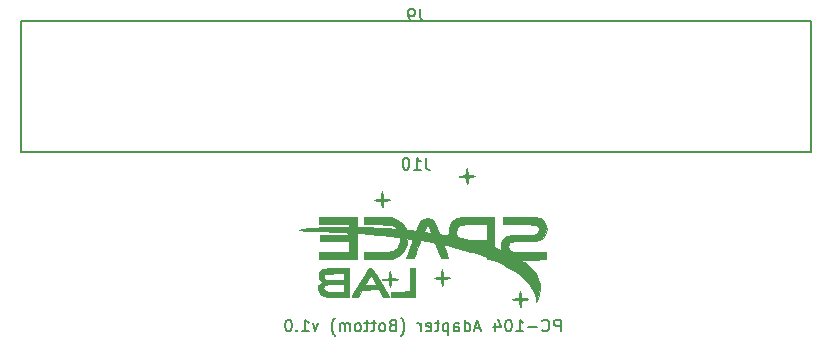
<source format=gbr>
%TF.GenerationSoftware,KiCad,Pcbnew,5.1.6-1.fc32*%
%TF.CreationDate,2020-07-10T21:29:07-03:00*%
%TF.ProjectId,pc104-adapter-bottom,70633130-342d-4616-9461-707465722d62,rev?*%
%TF.SameCoordinates,Original*%
%TF.FileFunction,Legend,Bot*%
%TF.FilePolarity,Positive*%
%FSLAX46Y46*%
G04 Gerber Fmt 4.6, Leading zero omitted, Abs format (unit mm)*
G04 Created by KiCad (PCBNEW 5.1.6-1.fc32) date 2020-07-10 21:29:07*
%MOMM*%
%LPD*%
G01*
G04 APERTURE LIST*
%ADD10C,0.160000*%
%ADD11C,0.010000*%
G04 APERTURE END LIST*
D10*
X148542857Y-104952380D02*
X148542857Y-103952380D01*
X148161904Y-103952380D01*
X148066666Y-104000000D01*
X148019047Y-104047619D01*
X147971428Y-104142857D01*
X147971428Y-104285714D01*
X148019047Y-104380952D01*
X148066666Y-104428571D01*
X148161904Y-104476190D01*
X148542857Y-104476190D01*
X146971428Y-104857142D02*
X147019047Y-104904761D01*
X147161904Y-104952380D01*
X147257142Y-104952380D01*
X147400000Y-104904761D01*
X147495238Y-104809523D01*
X147542857Y-104714285D01*
X147590476Y-104523809D01*
X147590476Y-104380952D01*
X147542857Y-104190476D01*
X147495238Y-104095238D01*
X147400000Y-104000000D01*
X147257142Y-103952380D01*
X147161904Y-103952380D01*
X147019047Y-104000000D01*
X146971428Y-104047619D01*
X146542857Y-104571428D02*
X145780952Y-104571428D01*
X144780952Y-104952380D02*
X145352380Y-104952380D01*
X145066666Y-104952380D02*
X145066666Y-103952380D01*
X145161904Y-104095238D01*
X145257142Y-104190476D01*
X145352380Y-104238095D01*
X144161904Y-103952380D02*
X144066666Y-103952380D01*
X143971428Y-104000000D01*
X143923809Y-104047619D01*
X143876190Y-104142857D01*
X143828571Y-104333333D01*
X143828571Y-104571428D01*
X143876190Y-104761904D01*
X143923809Y-104857142D01*
X143971428Y-104904761D01*
X144066666Y-104952380D01*
X144161904Y-104952380D01*
X144257142Y-104904761D01*
X144304761Y-104857142D01*
X144352380Y-104761904D01*
X144400000Y-104571428D01*
X144400000Y-104333333D01*
X144352380Y-104142857D01*
X144304761Y-104047619D01*
X144257142Y-104000000D01*
X144161904Y-103952380D01*
X142971428Y-104285714D02*
X142971428Y-104952380D01*
X143209523Y-103904761D02*
X143447619Y-104619047D01*
X142828571Y-104619047D01*
X141733333Y-104666666D02*
X141257142Y-104666666D01*
X141828571Y-104952380D02*
X141495238Y-103952380D01*
X141161904Y-104952380D01*
X140400000Y-104952380D02*
X140400000Y-103952380D01*
X140400000Y-104904761D02*
X140495238Y-104952380D01*
X140685714Y-104952380D01*
X140780952Y-104904761D01*
X140828571Y-104857142D01*
X140876190Y-104761904D01*
X140876190Y-104476190D01*
X140828571Y-104380952D01*
X140780952Y-104333333D01*
X140685714Y-104285714D01*
X140495238Y-104285714D01*
X140400000Y-104333333D01*
X139495238Y-104952380D02*
X139495238Y-104428571D01*
X139542857Y-104333333D01*
X139638095Y-104285714D01*
X139828571Y-104285714D01*
X139923809Y-104333333D01*
X139495238Y-104904761D02*
X139590476Y-104952380D01*
X139828571Y-104952380D01*
X139923809Y-104904761D01*
X139971428Y-104809523D01*
X139971428Y-104714285D01*
X139923809Y-104619047D01*
X139828571Y-104571428D01*
X139590476Y-104571428D01*
X139495238Y-104523809D01*
X139019047Y-104285714D02*
X139019047Y-105285714D01*
X139019047Y-104333333D02*
X138923809Y-104285714D01*
X138733333Y-104285714D01*
X138638095Y-104333333D01*
X138590476Y-104380952D01*
X138542857Y-104476190D01*
X138542857Y-104761904D01*
X138590476Y-104857142D01*
X138638095Y-104904761D01*
X138733333Y-104952380D01*
X138923809Y-104952380D01*
X139019047Y-104904761D01*
X138257142Y-104285714D02*
X137876190Y-104285714D01*
X138114285Y-103952380D02*
X138114285Y-104809523D01*
X138066666Y-104904761D01*
X137971428Y-104952380D01*
X137876190Y-104952380D01*
X137161904Y-104904761D02*
X137257142Y-104952380D01*
X137447619Y-104952380D01*
X137542857Y-104904761D01*
X137590476Y-104809523D01*
X137590476Y-104428571D01*
X137542857Y-104333333D01*
X137447619Y-104285714D01*
X137257142Y-104285714D01*
X137161904Y-104333333D01*
X137114285Y-104428571D01*
X137114285Y-104523809D01*
X137590476Y-104619047D01*
X136685714Y-104952380D02*
X136685714Y-104285714D01*
X136685714Y-104476190D02*
X136638095Y-104380952D01*
X136590476Y-104333333D01*
X136495238Y-104285714D01*
X136400000Y-104285714D01*
X135019047Y-105333333D02*
X135066666Y-105285714D01*
X135161904Y-105142857D01*
X135209523Y-105047619D01*
X135257142Y-104904761D01*
X135304761Y-104666666D01*
X135304761Y-104476190D01*
X135257142Y-104238095D01*
X135209523Y-104095238D01*
X135161904Y-104000000D01*
X135066666Y-103857142D01*
X135019047Y-103809523D01*
X134304761Y-104428571D02*
X134161904Y-104476190D01*
X134114285Y-104523809D01*
X134066666Y-104619047D01*
X134066666Y-104761904D01*
X134114285Y-104857142D01*
X134161904Y-104904761D01*
X134257142Y-104952380D01*
X134638095Y-104952380D01*
X134638095Y-103952380D01*
X134304761Y-103952380D01*
X134209523Y-104000000D01*
X134161904Y-104047619D01*
X134114285Y-104142857D01*
X134114285Y-104238095D01*
X134161904Y-104333333D01*
X134209523Y-104380952D01*
X134304761Y-104428571D01*
X134638095Y-104428571D01*
X133495238Y-104952380D02*
X133590476Y-104904761D01*
X133638095Y-104857142D01*
X133685714Y-104761904D01*
X133685714Y-104476190D01*
X133638095Y-104380952D01*
X133590476Y-104333333D01*
X133495238Y-104285714D01*
X133352380Y-104285714D01*
X133257142Y-104333333D01*
X133209523Y-104380952D01*
X133161904Y-104476190D01*
X133161904Y-104761904D01*
X133209523Y-104857142D01*
X133257142Y-104904761D01*
X133352380Y-104952380D01*
X133495238Y-104952380D01*
X132876190Y-104285714D02*
X132495238Y-104285714D01*
X132733333Y-103952380D02*
X132733333Y-104809523D01*
X132685714Y-104904761D01*
X132590476Y-104952380D01*
X132495238Y-104952380D01*
X132304761Y-104285714D02*
X131923809Y-104285714D01*
X132161904Y-103952380D02*
X132161904Y-104809523D01*
X132114285Y-104904761D01*
X132019047Y-104952380D01*
X131923809Y-104952380D01*
X131447619Y-104952380D02*
X131542857Y-104904761D01*
X131590476Y-104857142D01*
X131638095Y-104761904D01*
X131638095Y-104476190D01*
X131590476Y-104380952D01*
X131542857Y-104333333D01*
X131447619Y-104285714D01*
X131304761Y-104285714D01*
X131209523Y-104333333D01*
X131161904Y-104380952D01*
X131114285Y-104476190D01*
X131114285Y-104761904D01*
X131161904Y-104857142D01*
X131209523Y-104904761D01*
X131304761Y-104952380D01*
X131447619Y-104952380D01*
X130685714Y-104952380D02*
X130685714Y-104285714D01*
X130685714Y-104380952D02*
X130638095Y-104333333D01*
X130542857Y-104285714D01*
X130400000Y-104285714D01*
X130304761Y-104333333D01*
X130257142Y-104428571D01*
X130257142Y-104952380D01*
X130257142Y-104428571D02*
X130209523Y-104333333D01*
X130114285Y-104285714D01*
X129971428Y-104285714D01*
X129876190Y-104333333D01*
X129828571Y-104428571D01*
X129828571Y-104952380D01*
X129447619Y-105333333D02*
X129400000Y-105285714D01*
X129304761Y-105142857D01*
X129257142Y-105047619D01*
X129209523Y-104904761D01*
X129161904Y-104666666D01*
X129161904Y-104476190D01*
X129209523Y-104238095D01*
X129257142Y-104095238D01*
X129304761Y-104000000D01*
X129400000Y-103857142D01*
X129447619Y-103809523D01*
X128019047Y-104285714D02*
X127780952Y-104952380D01*
X127542857Y-104285714D01*
X126638095Y-104952380D02*
X127209523Y-104952380D01*
X126923809Y-104952380D02*
X126923809Y-103952380D01*
X127019047Y-104095238D01*
X127114285Y-104190476D01*
X127209523Y-104238095D01*
X126209523Y-104857142D02*
X126161904Y-104904761D01*
X126209523Y-104952380D01*
X126257142Y-104904761D01*
X126209523Y-104857142D01*
X126209523Y-104952380D01*
X125542857Y-103952380D02*
X125447619Y-103952380D01*
X125352380Y-104000000D01*
X125304761Y-104047619D01*
X125257142Y-104142857D01*
X125209523Y-104333333D01*
X125209523Y-104571428D01*
X125257142Y-104761904D01*
X125304761Y-104857142D01*
X125352380Y-104904761D01*
X125447619Y-104952380D01*
X125542857Y-104952380D01*
X125638095Y-104904761D01*
X125685714Y-104857142D01*
X125733333Y-104761904D01*
X125780952Y-104571428D01*
X125780952Y-104333333D01*
X125733333Y-104142857D01*
X125685714Y-104047619D01*
X125638095Y-104000000D01*
X125542857Y-103952380D01*
X169770000Y-78716000D02*
X102830000Y-78716000D01*
X169770000Y-89776000D02*
X169770000Y-78716000D01*
X102830000Y-89776000D02*
X169770000Y-89776000D01*
X102830000Y-78716000D02*
X102830000Y-89776000D01*
D11*
%TO.C,G\u002A\u002A\u002A*%
G36*
X145100401Y-101561525D02*
G01*
X145074892Y-101630789D01*
X145052049Y-101746661D01*
X145035852Y-101890195D01*
X145030440Y-102005916D01*
X145023026Y-102109987D01*
X144990399Y-102154616D01*
X144910424Y-102164970D01*
X144890417Y-102165132D01*
X144742525Y-102172695D01*
X144601784Y-102191415D01*
X144492150Y-102216793D01*
X144437578Y-102244332D01*
X144435334Y-102250575D01*
X144473970Y-102270538D01*
X144575577Y-102292362D01*
X144718700Y-102311514D01*
X144728238Y-102312488D01*
X145021143Y-102341904D01*
X145051096Y-102560202D01*
X145074224Y-102702783D01*
X145099456Y-102820594D01*
X145111136Y-102860045D01*
X145135384Y-102911491D01*
X145154167Y-102888976D01*
X145168700Y-102838878D01*
X145185866Y-102732579D01*
X145195814Y-102589860D01*
X145196756Y-102539794D01*
X145196268Y-102452449D01*
X145203741Y-102393790D01*
X145233506Y-102355394D01*
X145299889Y-102328837D01*
X145417221Y-102305693D01*
X145599830Y-102277540D01*
X145657962Y-102268639D01*
X145763997Y-102241015D01*
X145791504Y-102209126D01*
X145745667Y-102181376D01*
X145631672Y-102166167D01*
X145594209Y-102165314D01*
X145449940Y-102155998D01*
X145335220Y-102139327D01*
X145264182Y-102119319D01*
X145223000Y-102080647D01*
X145199603Y-102001343D01*
X145182034Y-101860559D01*
X145162911Y-101716548D01*
X145140646Y-101604399D01*
X145124593Y-101557815D01*
X145100401Y-101561525D01*
G37*
X145100401Y-101561525D02*
X145074892Y-101630789D01*
X145052049Y-101746661D01*
X145035852Y-101890195D01*
X145030440Y-102005916D01*
X145023026Y-102109987D01*
X144990399Y-102154616D01*
X144910424Y-102164970D01*
X144890417Y-102165132D01*
X144742525Y-102172695D01*
X144601784Y-102191415D01*
X144492150Y-102216793D01*
X144437578Y-102244332D01*
X144435334Y-102250575D01*
X144473970Y-102270538D01*
X144575577Y-102292362D01*
X144718700Y-102311514D01*
X144728238Y-102312488D01*
X145021143Y-102341904D01*
X145051096Y-102560202D01*
X145074224Y-102702783D01*
X145099456Y-102820594D01*
X145111136Y-102860045D01*
X145135384Y-102911491D01*
X145154167Y-102888976D01*
X145168700Y-102838878D01*
X145185866Y-102732579D01*
X145195814Y-102589860D01*
X145196756Y-102539794D01*
X145196268Y-102452449D01*
X145203741Y-102393790D01*
X145233506Y-102355394D01*
X145299889Y-102328837D01*
X145417221Y-102305693D01*
X145599830Y-102277540D01*
X145657962Y-102268639D01*
X145763997Y-102241015D01*
X145791504Y-102209126D01*
X145745667Y-102181376D01*
X145631672Y-102166167D01*
X145594209Y-102165314D01*
X145449940Y-102155998D01*
X145335220Y-102139327D01*
X145264182Y-102119319D01*
X145223000Y-102080647D01*
X145199603Y-102001343D01*
X145182034Y-101860559D01*
X145162911Y-101716548D01*
X145140646Y-101604399D01*
X145124593Y-101557815D01*
X145100401Y-101561525D01*
G36*
X143673334Y-95899333D02*
G01*
X145011019Y-95899333D01*
X145393995Y-95899876D01*
X145701650Y-95901790D01*
X145943325Y-95905500D01*
X146128359Y-95911431D01*
X146266095Y-95920009D01*
X146365872Y-95931658D01*
X146437032Y-95946804D01*
X146488914Y-95965873D01*
X146490681Y-95966705D01*
X146621311Y-96070426D01*
X146694441Y-96216380D01*
X146707643Y-96382493D01*
X146658489Y-96546688D01*
X146567644Y-96666600D01*
X146533892Y-96696500D01*
X146496911Y-96720001D01*
X146446441Y-96738097D01*
X146372222Y-96751780D01*
X146263994Y-96762045D01*
X146111497Y-96769884D01*
X145904469Y-96776292D01*
X145632653Y-96782261D01*
X145310423Y-96788333D01*
X144968088Y-96794843D01*
X144699447Y-96800977D01*
X144493541Y-96807773D01*
X144339409Y-96816273D01*
X144226092Y-96827514D01*
X144142629Y-96842536D01*
X144078061Y-96862379D01*
X144021426Y-96888082D01*
X143971306Y-96915333D01*
X143759487Y-97080063D01*
X143610136Y-97298774D01*
X143526280Y-97565153D01*
X143510948Y-97872888D01*
X143511071Y-97874877D01*
X143518681Y-98000133D01*
X143523269Y-98082139D01*
X143523946Y-98100724D01*
X143487496Y-98085566D01*
X143392132Y-98045499D01*
X143256940Y-97988546D01*
X143227613Y-97976177D01*
X142932500Y-97851687D01*
X142915606Y-95899333D01*
X142276334Y-95899333D01*
X142276334Y-96548444D01*
X142274582Y-96774796D01*
X142269751Y-96970543D01*
X142262481Y-97120363D01*
X142253409Y-97208932D01*
X142248112Y-97225777D01*
X142197579Y-97236248D01*
X142078781Y-97245246D01*
X141908119Y-97251954D01*
X141701991Y-97255553D01*
X141644862Y-97255878D01*
X141395865Y-97254097D01*
X141187809Y-97244801D01*
X140992359Y-97224794D01*
X140781183Y-97190881D01*
X140525949Y-97139864D01*
X140425207Y-97118294D01*
X140180804Y-97064794D01*
X140006084Y-97023670D01*
X139887873Y-96989895D01*
X139812993Y-96958444D01*
X139768271Y-96924290D01*
X139740530Y-96882407D01*
X139726707Y-96851833D01*
X139683319Y-96668629D01*
X139683698Y-96458183D01*
X139726204Y-96263760D01*
X139751167Y-96206665D01*
X139838655Y-96095818D01*
X139963409Y-95998849D01*
X139989520Y-95984415D01*
X140046934Y-95957963D01*
X140110092Y-95937613D01*
X140190409Y-95922575D01*
X140299301Y-95912056D01*
X140448187Y-95905264D01*
X140648481Y-95901408D01*
X140911602Y-95899695D01*
X141216314Y-95899333D01*
X142276334Y-95899333D01*
X142915606Y-95899333D01*
X142910110Y-95264333D01*
X141500239Y-95264333D01*
X141077151Y-95265027D01*
X140729169Y-95267909D01*
X140446737Y-95274173D01*
X140220302Y-95285018D01*
X140040307Y-95301639D01*
X139897198Y-95325234D01*
X139781420Y-95357000D01*
X139683418Y-95398132D01*
X139593637Y-95449827D01*
X139502522Y-95513283D01*
X139500476Y-95514786D01*
X139381051Y-95626619D01*
X139263009Y-95774854D01*
X139206528Y-95865439D01*
X139141718Y-95998982D01*
X139101357Y-96128650D01*
X139078096Y-96285649D01*
X139066455Y-96460250D01*
X139058595Y-96632661D01*
X139044711Y-96744223D01*
X139009598Y-96805224D01*
X138938049Y-96825952D01*
X138814855Y-96816696D01*
X138624812Y-96787743D01*
X138590239Y-96782434D01*
X138269645Y-96733643D01*
X138231243Y-96630672D01*
X137581000Y-96630672D01*
X137420417Y-96604135D01*
X137283475Y-96585861D01*
X137163564Y-96576674D01*
X137154000Y-96576484D01*
X137040291Y-96565305D01*
X136984389Y-96525333D01*
X136980970Y-96442352D01*
X137024708Y-96302147D01*
X137038150Y-96267251D01*
X137117608Y-96106107D01*
X137200843Y-96010116D01*
X137280227Y-95986062D01*
X137325527Y-96011593D01*
X137357278Y-96066755D01*
X137407343Y-96178508D01*
X137465444Y-96323749D01*
X137471265Y-96339134D01*
X137581000Y-96630672D01*
X138231243Y-96630672D01*
X138068274Y-96193690D01*
X137956410Y-95911750D01*
X137853711Y-95702113D01*
X137749863Y-95554687D01*
X137634550Y-95459379D01*
X137497460Y-95406095D01*
X137328276Y-95384745D01*
X137239624Y-95382866D01*
X136987306Y-95411542D01*
X136790510Y-95495796D01*
X136668815Y-95613341D01*
X136622669Y-95696866D01*
X136559408Y-95834194D01*
X136490729Y-95999514D01*
X136472046Y-96047500D01*
X136409360Y-96205563D01*
X136354902Y-96332957D01*
X136317661Y-96408999D01*
X136310262Y-96419756D01*
X136256725Y-96429436D01*
X136139995Y-96427315D01*
X135980605Y-96414178D01*
X135891615Y-96403760D01*
X135504974Y-96354176D01*
X135381102Y-96137338D01*
X135160487Y-95833737D01*
X134883384Y-95589572D01*
X134559673Y-95411845D01*
X134214642Y-95310309D01*
X134100520Y-95297232D01*
X133917280Y-95285602D01*
X133680465Y-95275976D01*
X133405621Y-95268912D01*
X133108291Y-95264970D01*
X132934059Y-95264333D01*
X131904667Y-95264333D01*
X131904667Y-95899333D01*
X132934150Y-95899333D01*
X133318206Y-95901213D01*
X133628279Y-95907996D01*
X133874992Y-95921393D01*
X134068968Y-95943115D01*
X134220832Y-95974874D01*
X134341205Y-96018383D01*
X134440713Y-96075352D01*
X134529977Y-96147493D01*
X134541666Y-96158340D01*
X134677500Y-96286029D01*
X134338834Y-96261480D01*
X134059110Y-96242513D01*
X133716211Y-96221337D01*
X133331564Y-96199133D01*
X132926592Y-96177080D01*
X132522719Y-96156361D01*
X132141372Y-96138154D01*
X131936417Y-96129103D01*
X131269667Y-96100742D01*
X131269667Y-95264333D01*
X128052334Y-95264333D01*
X128052334Y-95899333D01*
X130634667Y-95899333D01*
X130634667Y-96097984D01*
X129227084Y-96125095D01*
X128703366Y-96136631D01*
X128256191Y-96149879D01*
X127877445Y-96165427D01*
X127559012Y-96183865D01*
X127292776Y-96205782D01*
X127070623Y-96231766D01*
X126884436Y-96262406D01*
X126726101Y-96298291D01*
X126684970Y-96309553D01*
X126422500Y-96384301D01*
X126613000Y-96413846D01*
X126729451Y-96425528D01*
X126906707Y-96435640D01*
X127120909Y-96443117D01*
X127348200Y-96446893D01*
X127353834Y-96446931D01*
X127598878Y-96450641D01*
X127910268Y-96458643D01*
X128269833Y-96470220D01*
X128659401Y-96484653D01*
X129060801Y-96501222D01*
X129455861Y-96519210D01*
X129826409Y-96537898D01*
X130154274Y-96556568D01*
X130203012Y-96559597D01*
X130398534Y-96572953D01*
X130524142Y-96586062D01*
X130594478Y-96602990D01*
X130624185Y-96627802D01*
X130627906Y-96664563D01*
X130626345Y-96677127D01*
X130620677Y-96703213D01*
X130605831Y-96723802D01*
X130572593Y-96739651D01*
X130511752Y-96751520D01*
X130414096Y-96760168D01*
X130270411Y-96766351D01*
X130071486Y-96770830D01*
X129808108Y-96774363D01*
X129471065Y-96777708D01*
X129396417Y-96778399D01*
X128179334Y-96789631D01*
X128179334Y-97296333D01*
X130634667Y-97296333D01*
X130634667Y-98227666D01*
X128052334Y-98227666D01*
X128052334Y-98862666D01*
X131269667Y-98862666D01*
X131269667Y-96614795D01*
X131513084Y-96638777D01*
X131634142Y-96649981D01*
X131820884Y-96666375D01*
X132054597Y-96686355D01*
X132316571Y-96708321D01*
X132560834Y-96728447D01*
X132882928Y-96756173D01*
X133241679Y-96789389D01*
X133602874Y-96824785D01*
X133932298Y-96859051D01*
X134084777Y-96875901D01*
X134326964Y-96902943D01*
X134543351Y-96926211D01*
X134718395Y-96944103D01*
X134836555Y-96955020D01*
X134878527Y-96957666D01*
X134924244Y-96973302D01*
X134946591Y-97033278D01*
X134952662Y-97157199D01*
X134952667Y-97162571D01*
X134924057Y-97357460D01*
X134847991Y-97572923D01*
X134739111Y-97778355D01*
X134612063Y-97943148D01*
X134554577Y-97994593D01*
X134460145Y-98061912D01*
X134365988Y-98114962D01*
X134260783Y-98155418D01*
X134133205Y-98184956D01*
X133971931Y-98205250D01*
X133765635Y-98217975D01*
X133502994Y-98224806D01*
X133172683Y-98227418D01*
X132978845Y-98227666D01*
X131904667Y-98227666D01*
X131904667Y-98867502D01*
X133102954Y-98854501D01*
X134301242Y-98841500D01*
X134624189Y-98681804D01*
X134942495Y-98480102D01*
X135204503Y-98222007D01*
X135403061Y-97917617D01*
X135531014Y-97577026D01*
X135572717Y-97343101D01*
X135600723Y-97075149D01*
X135806793Y-97094949D01*
X135930186Y-97110017D01*
X136013544Y-97126201D01*
X136031784Y-97133671D01*
X136023234Y-97177156D01*
X135988277Y-97287220D01*
X135931207Y-97451540D01*
X135856321Y-97657794D01*
X135767914Y-97893656D01*
X135755686Y-97925761D01*
X135664616Y-98166371D01*
X135584959Y-98380534D01*
X135521354Y-98555470D01*
X135478440Y-98678402D01*
X135460856Y-98736551D01*
X135460667Y-98738464D01*
X135499512Y-98757482D01*
X135602158Y-98771493D01*
X135747773Y-98777865D01*
X135773638Y-98778000D01*
X135940648Y-98774625D01*
X136041637Y-98761832D01*
X136095079Y-98735616D01*
X136115391Y-98703916D01*
X136139435Y-98641026D01*
X136187826Y-98513695D01*
X136254965Y-98336678D01*
X136335257Y-98124731D01*
X136400445Y-97952500D01*
X136486164Y-97728467D01*
X136562846Y-97532793D01*
X136625062Y-97378957D01*
X136667384Y-97280437D01*
X136683108Y-97250649D01*
X136732038Y-97249162D01*
X136848386Y-97261844D01*
X137016493Y-97286544D01*
X137220699Y-97321106D01*
X137298783Y-97335316D01*
X137888065Y-97444500D01*
X138141175Y-98111250D01*
X138394286Y-98778000D01*
X138705476Y-98778000D01*
X138881160Y-98772911D01*
X138981439Y-98756654D01*
X139015017Y-98727739D01*
X139015091Y-98725083D01*
X138999900Y-98667701D01*
X138959423Y-98547925D01*
X138899454Y-98382116D01*
X138825786Y-98186638D01*
X138808983Y-98143000D01*
X138734694Y-97947600D01*
X138674304Y-97782595D01*
X138633092Y-97662890D01*
X138616336Y-97603387D01*
X138616568Y-97599685D01*
X138663746Y-97601276D01*
X138781148Y-97623660D01*
X138957730Y-97663879D01*
X139182448Y-97718975D01*
X139444257Y-97785991D01*
X139732114Y-97861970D01*
X140034976Y-97943954D01*
X140341798Y-98028986D01*
X140641536Y-98114109D01*
X140923147Y-98196365D01*
X141175586Y-98272797D01*
X141387809Y-98340448D01*
X141408500Y-98347318D01*
X141690055Y-98441731D01*
X141901419Y-98514541D01*
X142052857Y-98570510D01*
X142154636Y-98614400D01*
X142217022Y-98650972D01*
X142250280Y-98684989D01*
X142264677Y-98721211D01*
X142268562Y-98746250D01*
X142280713Y-98810542D01*
X142312229Y-98845358D01*
X142384026Y-98859721D01*
X142517018Y-98862654D01*
X142538401Y-98862666D01*
X142698895Y-98876188D01*
X142880357Y-98919509D01*
X143093318Y-98996759D01*
X143348309Y-99112069D01*
X143655858Y-99269570D01*
X143863834Y-99382635D01*
X144482103Y-99753197D01*
X145016882Y-100135714D01*
X145468556Y-100530604D01*
X145837512Y-100938292D01*
X146124138Y-101359198D01*
X146328820Y-101793744D01*
X146442839Y-102194583D01*
X146490930Y-102434654D01*
X146604115Y-102182444D01*
X146741036Y-101779873D01*
X146793641Y-101370963D01*
X146761962Y-100956731D01*
X146646030Y-100538195D01*
X146546622Y-100307061D01*
X146448141Y-100119479D01*
X146342086Y-99956955D01*
X146209793Y-99794358D01*
X146032599Y-99606559D01*
X146007759Y-99581464D01*
X145837271Y-99417454D01*
X145658746Y-99258310D01*
X145495660Y-99124333D01*
X145391444Y-99048495D01*
X145141055Y-98883833D01*
X146227528Y-98872535D01*
X147314000Y-98861237D01*
X147314000Y-98227666D01*
X145885250Y-98227042D01*
X145460852Y-98225919D01*
X145114889Y-98222811D01*
X144841148Y-98217505D01*
X144633416Y-98209783D01*
X144485480Y-98199431D01*
X144391126Y-98186232D01*
X144350667Y-98173791D01*
X144263085Y-98101544D01*
X144181657Y-97990193D01*
X144168450Y-97965232D01*
X144120629Y-97842125D01*
X144117713Y-97731047D01*
X144138362Y-97637369D01*
X144164580Y-97549248D01*
X144196753Y-97478995D01*
X144244167Y-97424373D01*
X144316107Y-97383143D01*
X144421860Y-97353070D01*
X144570710Y-97331915D01*
X144771944Y-97317442D01*
X145034847Y-97307412D01*
X145368705Y-97299590D01*
X145555218Y-97295993D01*
X145915947Y-97288778D01*
X146202839Y-97280873D01*
X146426710Y-97270280D01*
X146598380Y-97255000D01*
X146728667Y-97233035D01*
X146828389Y-97202385D01*
X146908365Y-97161052D01*
X146979412Y-97107038D01*
X147052349Y-97038342D01*
X147075720Y-97015068D01*
X147238686Y-96797423D01*
X147337059Y-96546625D01*
X147370832Y-96280096D01*
X147340002Y-96015256D01*
X147244564Y-95769526D01*
X147084514Y-95560328D01*
X147076087Y-95552329D01*
X147001983Y-95485133D01*
X146931143Y-95430263D01*
X146854338Y-95386382D01*
X146762338Y-95352152D01*
X146645912Y-95326235D01*
X146495829Y-95307294D01*
X146302861Y-95293991D01*
X146057776Y-95284989D01*
X145751345Y-95278951D01*
X145374337Y-95274538D01*
X145144417Y-95272416D01*
X143673334Y-95259333D01*
X143673334Y-95899333D01*
G37*
X143673334Y-95899333D02*
X145011019Y-95899333D01*
X145393995Y-95899876D01*
X145701650Y-95901790D01*
X145943325Y-95905500D01*
X146128359Y-95911431D01*
X146266095Y-95920009D01*
X146365872Y-95931658D01*
X146437032Y-95946804D01*
X146488914Y-95965873D01*
X146490681Y-95966705D01*
X146621311Y-96070426D01*
X146694441Y-96216380D01*
X146707643Y-96382493D01*
X146658489Y-96546688D01*
X146567644Y-96666600D01*
X146533892Y-96696500D01*
X146496911Y-96720001D01*
X146446441Y-96738097D01*
X146372222Y-96751780D01*
X146263994Y-96762045D01*
X146111497Y-96769884D01*
X145904469Y-96776292D01*
X145632653Y-96782261D01*
X145310423Y-96788333D01*
X144968088Y-96794843D01*
X144699447Y-96800977D01*
X144493541Y-96807773D01*
X144339409Y-96816273D01*
X144226092Y-96827514D01*
X144142629Y-96842536D01*
X144078061Y-96862379D01*
X144021426Y-96888082D01*
X143971306Y-96915333D01*
X143759487Y-97080063D01*
X143610136Y-97298774D01*
X143526280Y-97565153D01*
X143510948Y-97872888D01*
X143511071Y-97874877D01*
X143518681Y-98000133D01*
X143523269Y-98082139D01*
X143523946Y-98100724D01*
X143487496Y-98085566D01*
X143392132Y-98045499D01*
X143256940Y-97988546D01*
X143227613Y-97976177D01*
X142932500Y-97851687D01*
X142915606Y-95899333D01*
X142276334Y-95899333D01*
X142276334Y-96548444D01*
X142274582Y-96774796D01*
X142269751Y-96970543D01*
X142262481Y-97120363D01*
X142253409Y-97208932D01*
X142248112Y-97225777D01*
X142197579Y-97236248D01*
X142078781Y-97245246D01*
X141908119Y-97251954D01*
X141701991Y-97255553D01*
X141644862Y-97255878D01*
X141395865Y-97254097D01*
X141187809Y-97244801D01*
X140992359Y-97224794D01*
X140781183Y-97190881D01*
X140525949Y-97139864D01*
X140425207Y-97118294D01*
X140180804Y-97064794D01*
X140006084Y-97023670D01*
X139887873Y-96989895D01*
X139812993Y-96958444D01*
X139768271Y-96924290D01*
X139740530Y-96882407D01*
X139726707Y-96851833D01*
X139683319Y-96668629D01*
X139683698Y-96458183D01*
X139726204Y-96263760D01*
X139751167Y-96206665D01*
X139838655Y-96095818D01*
X139963409Y-95998849D01*
X139989520Y-95984415D01*
X140046934Y-95957963D01*
X140110092Y-95937613D01*
X140190409Y-95922575D01*
X140299301Y-95912056D01*
X140448187Y-95905264D01*
X140648481Y-95901408D01*
X140911602Y-95899695D01*
X141216314Y-95899333D01*
X142276334Y-95899333D01*
X142915606Y-95899333D01*
X142910110Y-95264333D01*
X141500239Y-95264333D01*
X141077151Y-95265027D01*
X140729169Y-95267909D01*
X140446737Y-95274173D01*
X140220302Y-95285018D01*
X140040307Y-95301639D01*
X139897198Y-95325234D01*
X139781420Y-95357000D01*
X139683418Y-95398132D01*
X139593637Y-95449827D01*
X139502522Y-95513283D01*
X139500476Y-95514786D01*
X139381051Y-95626619D01*
X139263009Y-95774854D01*
X139206528Y-95865439D01*
X139141718Y-95998982D01*
X139101357Y-96128650D01*
X139078096Y-96285649D01*
X139066455Y-96460250D01*
X139058595Y-96632661D01*
X139044711Y-96744223D01*
X139009598Y-96805224D01*
X138938049Y-96825952D01*
X138814855Y-96816696D01*
X138624812Y-96787743D01*
X138590239Y-96782434D01*
X138269645Y-96733643D01*
X138231243Y-96630672D01*
X137581000Y-96630672D01*
X137420417Y-96604135D01*
X137283475Y-96585861D01*
X137163564Y-96576674D01*
X137154000Y-96576484D01*
X137040291Y-96565305D01*
X136984389Y-96525333D01*
X136980970Y-96442352D01*
X137024708Y-96302147D01*
X137038150Y-96267251D01*
X137117608Y-96106107D01*
X137200843Y-96010116D01*
X137280227Y-95986062D01*
X137325527Y-96011593D01*
X137357278Y-96066755D01*
X137407343Y-96178508D01*
X137465444Y-96323749D01*
X137471265Y-96339134D01*
X137581000Y-96630672D01*
X138231243Y-96630672D01*
X138068274Y-96193690D01*
X137956410Y-95911750D01*
X137853711Y-95702113D01*
X137749863Y-95554687D01*
X137634550Y-95459379D01*
X137497460Y-95406095D01*
X137328276Y-95384745D01*
X137239624Y-95382866D01*
X136987306Y-95411542D01*
X136790510Y-95495796D01*
X136668815Y-95613341D01*
X136622669Y-95696866D01*
X136559408Y-95834194D01*
X136490729Y-95999514D01*
X136472046Y-96047500D01*
X136409360Y-96205563D01*
X136354902Y-96332957D01*
X136317661Y-96408999D01*
X136310262Y-96419756D01*
X136256725Y-96429436D01*
X136139995Y-96427315D01*
X135980605Y-96414178D01*
X135891615Y-96403760D01*
X135504974Y-96354176D01*
X135381102Y-96137338D01*
X135160487Y-95833737D01*
X134883384Y-95589572D01*
X134559673Y-95411845D01*
X134214642Y-95310309D01*
X134100520Y-95297232D01*
X133917280Y-95285602D01*
X133680465Y-95275976D01*
X133405621Y-95268912D01*
X133108291Y-95264970D01*
X132934059Y-95264333D01*
X131904667Y-95264333D01*
X131904667Y-95899333D01*
X132934150Y-95899333D01*
X133318206Y-95901213D01*
X133628279Y-95907996D01*
X133874992Y-95921393D01*
X134068968Y-95943115D01*
X134220832Y-95974874D01*
X134341205Y-96018383D01*
X134440713Y-96075352D01*
X134529977Y-96147493D01*
X134541666Y-96158340D01*
X134677500Y-96286029D01*
X134338834Y-96261480D01*
X134059110Y-96242513D01*
X133716211Y-96221337D01*
X133331564Y-96199133D01*
X132926592Y-96177080D01*
X132522719Y-96156361D01*
X132141372Y-96138154D01*
X131936417Y-96129103D01*
X131269667Y-96100742D01*
X131269667Y-95264333D01*
X128052334Y-95264333D01*
X128052334Y-95899333D01*
X130634667Y-95899333D01*
X130634667Y-96097984D01*
X129227084Y-96125095D01*
X128703366Y-96136631D01*
X128256191Y-96149879D01*
X127877445Y-96165427D01*
X127559012Y-96183865D01*
X127292776Y-96205782D01*
X127070623Y-96231766D01*
X126884436Y-96262406D01*
X126726101Y-96298291D01*
X126684970Y-96309553D01*
X126422500Y-96384301D01*
X126613000Y-96413846D01*
X126729451Y-96425528D01*
X126906707Y-96435640D01*
X127120909Y-96443117D01*
X127348200Y-96446893D01*
X127353834Y-96446931D01*
X127598878Y-96450641D01*
X127910268Y-96458643D01*
X128269833Y-96470220D01*
X128659401Y-96484653D01*
X129060801Y-96501222D01*
X129455861Y-96519210D01*
X129826409Y-96537898D01*
X130154274Y-96556568D01*
X130203012Y-96559597D01*
X130398534Y-96572953D01*
X130524142Y-96586062D01*
X130594478Y-96602990D01*
X130624185Y-96627802D01*
X130627906Y-96664563D01*
X130626345Y-96677127D01*
X130620677Y-96703213D01*
X130605831Y-96723802D01*
X130572593Y-96739651D01*
X130511752Y-96751520D01*
X130414096Y-96760168D01*
X130270411Y-96766351D01*
X130071486Y-96770830D01*
X129808108Y-96774363D01*
X129471065Y-96777708D01*
X129396417Y-96778399D01*
X128179334Y-96789631D01*
X128179334Y-97296333D01*
X130634667Y-97296333D01*
X130634667Y-98227666D01*
X128052334Y-98227666D01*
X128052334Y-98862666D01*
X131269667Y-98862666D01*
X131269667Y-96614795D01*
X131513084Y-96638777D01*
X131634142Y-96649981D01*
X131820884Y-96666375D01*
X132054597Y-96686355D01*
X132316571Y-96708321D01*
X132560834Y-96728447D01*
X132882928Y-96756173D01*
X133241679Y-96789389D01*
X133602874Y-96824785D01*
X133932298Y-96859051D01*
X134084777Y-96875901D01*
X134326964Y-96902943D01*
X134543351Y-96926211D01*
X134718395Y-96944103D01*
X134836555Y-96955020D01*
X134878527Y-96957666D01*
X134924244Y-96973302D01*
X134946591Y-97033278D01*
X134952662Y-97157199D01*
X134952667Y-97162571D01*
X134924057Y-97357460D01*
X134847991Y-97572923D01*
X134739111Y-97778355D01*
X134612063Y-97943148D01*
X134554577Y-97994593D01*
X134460145Y-98061912D01*
X134365988Y-98114962D01*
X134260783Y-98155418D01*
X134133205Y-98184956D01*
X133971931Y-98205250D01*
X133765635Y-98217975D01*
X133502994Y-98224806D01*
X133172683Y-98227418D01*
X132978845Y-98227666D01*
X131904667Y-98227666D01*
X131904667Y-98867502D01*
X133102954Y-98854501D01*
X134301242Y-98841500D01*
X134624189Y-98681804D01*
X134942495Y-98480102D01*
X135204503Y-98222007D01*
X135403061Y-97917617D01*
X135531014Y-97577026D01*
X135572717Y-97343101D01*
X135600723Y-97075149D01*
X135806793Y-97094949D01*
X135930186Y-97110017D01*
X136013544Y-97126201D01*
X136031784Y-97133671D01*
X136023234Y-97177156D01*
X135988277Y-97287220D01*
X135931207Y-97451540D01*
X135856321Y-97657794D01*
X135767914Y-97893656D01*
X135755686Y-97925761D01*
X135664616Y-98166371D01*
X135584959Y-98380534D01*
X135521354Y-98555470D01*
X135478440Y-98678402D01*
X135460856Y-98736551D01*
X135460667Y-98738464D01*
X135499512Y-98757482D01*
X135602158Y-98771493D01*
X135747773Y-98777865D01*
X135773638Y-98778000D01*
X135940648Y-98774625D01*
X136041637Y-98761832D01*
X136095079Y-98735616D01*
X136115391Y-98703916D01*
X136139435Y-98641026D01*
X136187826Y-98513695D01*
X136254965Y-98336678D01*
X136335257Y-98124731D01*
X136400445Y-97952500D01*
X136486164Y-97728467D01*
X136562846Y-97532793D01*
X136625062Y-97378957D01*
X136667384Y-97280437D01*
X136683108Y-97250649D01*
X136732038Y-97249162D01*
X136848386Y-97261844D01*
X137016493Y-97286544D01*
X137220699Y-97321106D01*
X137298783Y-97335316D01*
X137888065Y-97444500D01*
X138141175Y-98111250D01*
X138394286Y-98778000D01*
X138705476Y-98778000D01*
X138881160Y-98772911D01*
X138981439Y-98756654D01*
X139015017Y-98727739D01*
X139015091Y-98725083D01*
X138999900Y-98667701D01*
X138959423Y-98547925D01*
X138899454Y-98382116D01*
X138825786Y-98186638D01*
X138808983Y-98143000D01*
X138734694Y-97947600D01*
X138674304Y-97782595D01*
X138633092Y-97662890D01*
X138616336Y-97603387D01*
X138616568Y-97599685D01*
X138663746Y-97601276D01*
X138781148Y-97623660D01*
X138957730Y-97663879D01*
X139182448Y-97718975D01*
X139444257Y-97785991D01*
X139732114Y-97861970D01*
X140034976Y-97943954D01*
X140341798Y-98028986D01*
X140641536Y-98114109D01*
X140923147Y-98196365D01*
X141175586Y-98272797D01*
X141387809Y-98340448D01*
X141408500Y-98347318D01*
X141690055Y-98441731D01*
X141901419Y-98514541D01*
X142052857Y-98570510D01*
X142154636Y-98614400D01*
X142217022Y-98650972D01*
X142250280Y-98684989D01*
X142264677Y-98721211D01*
X142268562Y-98746250D01*
X142280713Y-98810542D01*
X142312229Y-98845358D01*
X142384026Y-98859721D01*
X142517018Y-98862654D01*
X142538401Y-98862666D01*
X142698895Y-98876188D01*
X142880357Y-98919509D01*
X143093318Y-98996759D01*
X143348309Y-99112069D01*
X143655858Y-99269570D01*
X143863834Y-99382635D01*
X144482103Y-99753197D01*
X145016882Y-100135714D01*
X145468556Y-100530604D01*
X145837512Y-100938292D01*
X146124138Y-101359198D01*
X146328820Y-101793744D01*
X146442839Y-102194583D01*
X146490930Y-102434654D01*
X146604115Y-102182444D01*
X146741036Y-101779873D01*
X146793641Y-101370963D01*
X146761962Y-100956731D01*
X146646030Y-100538195D01*
X146546622Y-100307061D01*
X146448141Y-100119479D01*
X146342086Y-99956955D01*
X146209793Y-99794358D01*
X146032599Y-99606559D01*
X146007759Y-99581464D01*
X145837271Y-99417454D01*
X145658746Y-99258310D01*
X145495660Y-99124333D01*
X145391444Y-99048495D01*
X145141055Y-98883833D01*
X146227528Y-98872535D01*
X147314000Y-98861237D01*
X147314000Y-98227666D01*
X145885250Y-98227042D01*
X145460852Y-98225919D01*
X145114889Y-98222811D01*
X144841148Y-98217505D01*
X144633416Y-98209783D01*
X144485480Y-98199431D01*
X144391126Y-98186232D01*
X144350667Y-98173791D01*
X144263085Y-98101544D01*
X144181657Y-97990193D01*
X144168450Y-97965232D01*
X144120629Y-97842125D01*
X144117713Y-97731047D01*
X144138362Y-97637369D01*
X144164580Y-97549248D01*
X144196753Y-97478995D01*
X144244167Y-97424373D01*
X144316107Y-97383143D01*
X144421860Y-97353070D01*
X144570710Y-97331915D01*
X144771944Y-97317442D01*
X145034847Y-97307412D01*
X145368705Y-97299590D01*
X145555218Y-97295993D01*
X145915947Y-97288778D01*
X146202839Y-97280873D01*
X146426710Y-97270280D01*
X146598380Y-97255000D01*
X146728667Y-97233035D01*
X146828389Y-97202385D01*
X146908365Y-97161052D01*
X146979412Y-97107038D01*
X147052349Y-97038342D01*
X147075720Y-97015068D01*
X147238686Y-96797423D01*
X147337059Y-96546625D01*
X147370832Y-96280096D01*
X147340002Y-96015256D01*
X147244564Y-95769526D01*
X147084514Y-95560328D01*
X147076087Y-95552329D01*
X147001983Y-95485133D01*
X146931143Y-95430263D01*
X146854338Y-95386382D01*
X146762338Y-95352152D01*
X146645912Y-95326235D01*
X146495829Y-95307294D01*
X146302861Y-95293991D01*
X146057776Y-95284989D01*
X145751345Y-95278951D01*
X145374337Y-95274538D01*
X145144417Y-95272416D01*
X143673334Y-95259333D01*
X143673334Y-95899333D01*
G36*
X135757000Y-101570131D02*
G01*
X134963250Y-101581649D01*
X134169500Y-101593166D01*
X134156705Y-101815416D01*
X134143909Y-102037666D01*
X135155066Y-102037666D01*
X135439507Y-102036532D01*
X135695362Y-102033346D01*
X135910599Y-102028436D01*
X136073188Y-102022128D01*
X136171095Y-102014750D01*
X136194445Y-102009444D01*
X136201792Y-101961342D01*
X136208427Y-101839664D01*
X136214090Y-101655496D01*
X136218522Y-101419928D01*
X136221463Y-101144048D01*
X136222654Y-100838943D01*
X136222667Y-100802944D01*
X136222667Y-99624666D01*
X135757000Y-99624666D01*
X135757000Y-101570131D01*
G37*
X135757000Y-101570131D02*
X134963250Y-101581649D01*
X134169500Y-101593166D01*
X134156705Y-101815416D01*
X134143909Y-102037666D01*
X135155066Y-102037666D01*
X135439507Y-102036532D01*
X135695362Y-102033346D01*
X135910599Y-102028436D01*
X136073188Y-102022128D01*
X136171095Y-102014750D01*
X136194445Y-102009444D01*
X136201792Y-101961342D01*
X136208427Y-101839664D01*
X136214090Y-101655496D01*
X136218522Y-101419928D01*
X136221463Y-101144048D01*
X136222654Y-100838943D01*
X136222667Y-100802944D01*
X136222667Y-99624666D01*
X135757000Y-99624666D01*
X135757000Y-101570131D01*
G36*
X132331848Y-99612789D02*
G01*
X132275021Y-99656416D01*
X132240482Y-99706373D01*
X132170134Y-99816691D01*
X132070345Y-99976842D01*
X131947480Y-100176297D01*
X131807906Y-100404526D01*
X131657989Y-100651001D01*
X131504094Y-100905194D01*
X131352589Y-101156574D01*
X131209838Y-101394614D01*
X131082208Y-101608784D01*
X130976066Y-101788556D01*
X130897777Y-101923401D01*
X130853707Y-102002790D01*
X130846334Y-102019317D01*
X130884757Y-102029102D01*
X130984412Y-102035759D01*
X131094069Y-102037666D01*
X131341805Y-102037666D01*
X131528526Y-101730750D01*
X131715247Y-101423833D01*
X133167289Y-101400699D01*
X133353762Y-101708599D01*
X133540235Y-102016500D01*
X133780785Y-102029195D01*
X133910575Y-102032790D01*
X133997914Y-102028974D01*
X134021334Y-102021430D01*
X134000243Y-101979049D01*
X133941213Y-101875054D01*
X133850608Y-101719977D01*
X133734793Y-101524355D01*
X133600130Y-101298722D01*
X133459222Y-101064000D01*
X132971364Y-101064000D01*
X132455654Y-101064000D01*
X132259582Y-101061469D01*
X132100160Y-101054566D01*
X131993037Y-101044325D01*
X131953862Y-101031779D01*
X131954056Y-101030870D01*
X131993534Y-100952543D01*
X132060917Y-100832374D01*
X132145404Y-100688144D01*
X132236199Y-100537637D01*
X132322502Y-100398635D01*
X132393515Y-100288919D01*
X132438439Y-100226273D01*
X132447599Y-100218144D01*
X132481341Y-100252409D01*
X132543651Y-100341959D01*
X132621705Y-100468218D01*
X132630221Y-100482727D01*
X132723695Y-100642568D01*
X132814930Y-100798242D01*
X132877819Y-100905250D01*
X132971364Y-101064000D01*
X133459222Y-101064000D01*
X133452985Y-101053612D01*
X133299720Y-100799562D01*
X133146701Y-100547105D01*
X133000292Y-100306777D01*
X132866855Y-100089112D01*
X132752756Y-99904645D01*
X132664359Y-99763912D01*
X132608027Y-99677447D01*
X132592646Y-99656416D01*
X132501193Y-99596637D01*
X132433834Y-99582333D01*
X132331848Y-99612789D01*
G37*
X132331848Y-99612789D02*
X132275021Y-99656416D01*
X132240482Y-99706373D01*
X132170134Y-99816691D01*
X132070345Y-99976842D01*
X131947480Y-100176297D01*
X131807906Y-100404526D01*
X131657989Y-100651001D01*
X131504094Y-100905194D01*
X131352589Y-101156574D01*
X131209838Y-101394614D01*
X131082208Y-101608784D01*
X130976066Y-101788556D01*
X130897777Y-101923401D01*
X130853707Y-102002790D01*
X130846334Y-102019317D01*
X130884757Y-102029102D01*
X130984412Y-102035759D01*
X131094069Y-102037666D01*
X131341805Y-102037666D01*
X131528526Y-101730750D01*
X131715247Y-101423833D01*
X133167289Y-101400699D01*
X133353762Y-101708599D01*
X133540235Y-102016500D01*
X133780785Y-102029195D01*
X133910575Y-102032790D01*
X133997914Y-102028974D01*
X134021334Y-102021430D01*
X134000243Y-101979049D01*
X133941213Y-101875054D01*
X133850608Y-101719977D01*
X133734793Y-101524355D01*
X133600130Y-101298722D01*
X133459222Y-101064000D01*
X132971364Y-101064000D01*
X132455654Y-101064000D01*
X132259582Y-101061469D01*
X132100160Y-101054566D01*
X131993037Y-101044325D01*
X131953862Y-101031779D01*
X131954056Y-101030870D01*
X131993534Y-100952543D01*
X132060917Y-100832374D01*
X132145404Y-100688144D01*
X132236199Y-100537637D01*
X132322502Y-100398635D01*
X132393515Y-100288919D01*
X132438439Y-100226273D01*
X132447599Y-100218144D01*
X132481341Y-100252409D01*
X132543651Y-100341959D01*
X132621705Y-100468218D01*
X132630221Y-100482727D01*
X132723695Y-100642568D01*
X132814930Y-100798242D01*
X132877819Y-100905250D01*
X132971364Y-101064000D01*
X133459222Y-101064000D01*
X133452985Y-101053612D01*
X133299720Y-100799562D01*
X133146701Y-100547105D01*
X133000292Y-100306777D01*
X132866855Y-100089112D01*
X132752756Y-99904645D01*
X132664359Y-99763912D01*
X132608027Y-99677447D01*
X132592646Y-99656416D01*
X132501193Y-99596637D01*
X132433834Y-99582333D01*
X132331848Y-99612789D01*
G36*
X129243314Y-99625180D02*
G01*
X128991008Y-99627271D01*
X128799867Y-99631761D01*
X128658139Y-99639473D01*
X128554075Y-99651228D01*
X128475925Y-99667850D01*
X128411939Y-99690160D01*
X128371691Y-99708434D01*
X128200122Y-99826446D01*
X128096173Y-99986519D01*
X128053942Y-100198836D01*
X128052334Y-100259242D01*
X128059784Y-100401079D01*
X128092188Y-100497556D01*
X128164627Y-100587400D01*
X128189917Y-100612543D01*
X128327500Y-100746500D01*
X128163816Y-100905204D01*
X128074834Y-100995670D01*
X128027467Y-101068096D01*
X128010880Y-101153875D01*
X128014241Y-101284398D01*
X128017096Y-101330338D01*
X128057580Y-101572921D01*
X128148984Y-101755716D01*
X128299126Y-101891808D01*
X128379583Y-101937197D01*
X128439146Y-101962608D01*
X128510693Y-101982389D01*
X128605718Y-101997437D01*
X128735713Y-102008651D01*
X128912170Y-102016927D01*
X129146584Y-102023162D01*
X129450446Y-102028254D01*
X129565750Y-102029808D01*
X130592334Y-102043117D01*
X130592334Y-100979333D01*
X130169000Y-100979333D01*
X130169000Y-101623936D01*
X129430301Y-101607826D01*
X129159334Y-101601095D01*
X128959329Y-101593355D01*
X128816584Y-101582940D01*
X128717398Y-101568184D01*
X128648069Y-101547422D01*
X128594895Y-101518986D01*
X128573051Y-101503588D01*
X128467771Y-101385427D01*
X128443458Y-101254886D01*
X128501184Y-101123610D01*
X128534509Y-101085976D01*
X128574504Y-101048123D01*
X128616243Y-101020491D01*
X128672854Y-101001470D01*
X128757464Y-100989453D01*
X128883201Y-100982832D01*
X129063191Y-100979999D01*
X129310563Y-100979344D01*
X129405076Y-100979333D01*
X130169000Y-100979333D01*
X130592334Y-100979333D01*
X130592334Y-100598333D01*
X130169000Y-100598333D01*
X129388234Y-100598333D01*
X129113085Y-100597951D01*
X128910229Y-100595891D01*
X128767292Y-100590775D01*
X128671901Y-100581230D01*
X128611682Y-100565881D01*
X128574261Y-100543352D01*
X128547266Y-100512269D01*
X128541568Y-100504247D01*
X128480932Y-100356046D01*
X128501752Y-100209910D01*
X128535676Y-100151341D01*
X128563002Y-100122217D01*
X128604488Y-100100490D01*
X128672308Y-100084791D01*
X128778632Y-100073748D01*
X128935633Y-100065989D01*
X129155483Y-100060144D01*
X129382342Y-100055965D01*
X130169000Y-100042764D01*
X130169000Y-100598333D01*
X130592334Y-100598333D01*
X130592334Y-99624666D01*
X129568533Y-99624666D01*
X129243314Y-99625180D01*
G37*
X129243314Y-99625180D02*
X128991008Y-99627271D01*
X128799867Y-99631761D01*
X128658139Y-99639473D01*
X128554075Y-99651228D01*
X128475925Y-99667850D01*
X128411939Y-99690160D01*
X128371691Y-99708434D01*
X128200122Y-99826446D01*
X128096173Y-99986519D01*
X128053942Y-100198836D01*
X128052334Y-100259242D01*
X128059784Y-100401079D01*
X128092188Y-100497556D01*
X128164627Y-100587400D01*
X128189917Y-100612543D01*
X128327500Y-100746500D01*
X128163816Y-100905204D01*
X128074834Y-100995670D01*
X128027467Y-101068096D01*
X128010880Y-101153875D01*
X128014241Y-101284398D01*
X128017096Y-101330338D01*
X128057580Y-101572921D01*
X128148984Y-101755716D01*
X128299126Y-101891808D01*
X128379583Y-101937197D01*
X128439146Y-101962608D01*
X128510693Y-101982389D01*
X128605718Y-101997437D01*
X128735713Y-102008651D01*
X128912170Y-102016927D01*
X129146584Y-102023162D01*
X129450446Y-102028254D01*
X129565750Y-102029808D01*
X130592334Y-102043117D01*
X130592334Y-100979333D01*
X130169000Y-100979333D01*
X130169000Y-101623936D01*
X129430301Y-101607826D01*
X129159334Y-101601095D01*
X128959329Y-101593355D01*
X128816584Y-101582940D01*
X128717398Y-101568184D01*
X128648069Y-101547422D01*
X128594895Y-101518986D01*
X128573051Y-101503588D01*
X128467771Y-101385427D01*
X128443458Y-101254886D01*
X128501184Y-101123610D01*
X128534509Y-101085976D01*
X128574504Y-101048123D01*
X128616243Y-101020491D01*
X128672854Y-101001470D01*
X128757464Y-100989453D01*
X128883201Y-100982832D01*
X129063191Y-100979999D01*
X129310563Y-100979344D01*
X129405076Y-100979333D01*
X130169000Y-100979333D01*
X130592334Y-100979333D01*
X130592334Y-100598333D01*
X130169000Y-100598333D01*
X129388234Y-100598333D01*
X129113085Y-100597951D01*
X128910229Y-100595891D01*
X128767292Y-100590775D01*
X128671901Y-100581230D01*
X128611682Y-100565881D01*
X128574261Y-100543352D01*
X128547266Y-100512269D01*
X128541568Y-100504247D01*
X128480932Y-100356046D01*
X128501752Y-100209910D01*
X128535676Y-100151341D01*
X128563002Y-100122217D01*
X128604488Y-100100490D01*
X128672308Y-100084791D01*
X128778632Y-100073748D01*
X128935633Y-100065989D01*
X129155483Y-100060144D01*
X129382342Y-100055965D01*
X130169000Y-100042764D01*
X130169000Y-100598333D01*
X130592334Y-100598333D01*
X130592334Y-99624666D01*
X129568533Y-99624666D01*
X129243314Y-99625180D01*
G36*
X134049199Y-99927194D02*
G01*
X134022281Y-100054849D01*
X134000400Y-100222128D01*
X133974354Y-100459757D01*
X133719076Y-100486439D01*
X133574580Y-100505584D01*
X133461912Y-100527834D01*
X133414483Y-100544073D01*
X133418193Y-100568266D01*
X133487457Y-100593774D01*
X133603329Y-100616617D01*
X133746863Y-100632814D01*
X133862584Y-100638227D01*
X133962217Y-100644087D01*
X134008749Y-100673585D01*
X134023755Y-100750750D01*
X134026342Y-100820583D01*
X134036576Y-100975629D01*
X134055659Y-101105800D01*
X134079654Y-101193234D01*
X134104622Y-101220070D01*
X134112664Y-101212166D01*
X134130942Y-101150077D01*
X134152134Y-101031506D01*
X134168483Y-100908329D01*
X134198266Y-100646824D01*
X134374383Y-100620313D01*
X134570417Y-100589640D01*
X134692740Y-100566597D01*
X134751605Y-100547930D01*
X134757263Y-100530384D01*
X134719968Y-100510703D01*
X134719834Y-100510650D01*
X134628801Y-100490585D01*
X134492663Y-100477132D01*
X134416281Y-100474308D01*
X134314023Y-100472598D01*
X134246032Y-100460916D01*
X134202645Y-100424434D01*
X134174203Y-100348324D01*
X134151044Y-100217759D01*
X134124734Y-100026833D01*
X134101560Y-99911404D01*
X134076004Y-99878785D01*
X134049199Y-99927194D01*
G37*
X134049199Y-99927194D02*
X134022281Y-100054849D01*
X134000400Y-100222128D01*
X133974354Y-100459757D01*
X133719076Y-100486439D01*
X133574580Y-100505584D01*
X133461912Y-100527834D01*
X133414483Y-100544073D01*
X133418193Y-100568266D01*
X133487457Y-100593774D01*
X133603329Y-100616617D01*
X133746863Y-100632814D01*
X133862584Y-100638227D01*
X133962217Y-100644087D01*
X134008749Y-100673585D01*
X134023755Y-100750750D01*
X134026342Y-100820583D01*
X134036576Y-100975629D01*
X134055659Y-101105800D01*
X134079654Y-101193234D01*
X134104622Y-101220070D01*
X134112664Y-101212166D01*
X134130942Y-101150077D01*
X134152134Y-101031506D01*
X134168483Y-100908329D01*
X134198266Y-100646824D01*
X134374383Y-100620313D01*
X134570417Y-100589640D01*
X134692740Y-100566597D01*
X134751605Y-100547930D01*
X134757263Y-100530384D01*
X134719968Y-100510703D01*
X134719834Y-100510650D01*
X134628801Y-100490585D01*
X134492663Y-100477132D01*
X134416281Y-100474308D01*
X134314023Y-100472598D01*
X134246032Y-100460916D01*
X134202645Y-100424434D01*
X134174203Y-100348324D01*
X134151044Y-100217759D01*
X134124734Y-100026833D01*
X134101560Y-99911404D01*
X134076004Y-99878785D01*
X134049199Y-99927194D01*
G36*
X138462591Y-99794000D02*
G01*
X138443905Y-99899209D01*
X138431000Y-100044915D01*
X138428220Y-100117151D01*
X138424000Y-100334469D01*
X138158063Y-100362949D01*
X137973603Y-100388229D01*
X137862415Y-100415745D01*
X137827599Y-100443715D01*
X137872250Y-100470353D01*
X137944488Y-100485965D01*
X138100208Y-100504697D01*
X138253901Y-100513169D01*
X138259220Y-100513200D01*
X138411939Y-100513666D01*
X138439400Y-100776396D01*
X138463836Y-100948126D01*
X138492276Y-101048777D01*
X138522018Y-101074638D01*
X138550362Y-101021995D01*
X138565754Y-100950102D01*
X138584196Y-100802906D01*
X138592799Y-100664444D01*
X138592868Y-100656718D01*
X138597430Y-100582051D01*
X138623947Y-100539607D01*
X138692670Y-100516107D01*
X138823852Y-100498270D01*
X138836750Y-100496792D01*
X139013461Y-100470465D01*
X139119499Y-100441156D01*
X139150833Y-100411157D01*
X139103432Y-100382763D01*
X139057123Y-100371474D01*
X138916661Y-100352488D01*
X138766065Y-100344338D01*
X138762829Y-100344333D01*
X138604241Y-100344333D01*
X138575254Y-100122083D01*
X138553229Y-99972081D01*
X138529870Y-99840947D01*
X138519504Y-99794000D01*
X138492742Y-99688166D01*
X138462591Y-99794000D01*
G37*
X138462591Y-99794000D02*
X138443905Y-99899209D01*
X138431000Y-100044915D01*
X138428220Y-100117151D01*
X138424000Y-100334469D01*
X138158063Y-100362949D01*
X137973603Y-100388229D01*
X137862415Y-100415745D01*
X137827599Y-100443715D01*
X137872250Y-100470353D01*
X137944488Y-100485965D01*
X138100208Y-100504697D01*
X138253901Y-100513169D01*
X138259220Y-100513200D01*
X138411939Y-100513666D01*
X138439400Y-100776396D01*
X138463836Y-100948126D01*
X138492276Y-101048777D01*
X138522018Y-101074638D01*
X138550362Y-101021995D01*
X138565754Y-100950102D01*
X138584196Y-100802906D01*
X138592799Y-100664444D01*
X138592868Y-100656718D01*
X138597430Y-100582051D01*
X138623947Y-100539607D01*
X138692670Y-100516107D01*
X138823852Y-100498270D01*
X138836750Y-100496792D01*
X139013461Y-100470465D01*
X139119499Y-100441156D01*
X139150833Y-100411157D01*
X139103432Y-100382763D01*
X139057123Y-100371474D01*
X138916661Y-100352488D01*
X138766065Y-100344338D01*
X138762829Y-100344333D01*
X138604241Y-100344333D01*
X138575254Y-100122083D01*
X138553229Y-99972081D01*
X138529870Y-99840947D01*
X138519504Y-99794000D01*
X138492742Y-99688166D01*
X138462591Y-99794000D01*
G36*
X133383378Y-93190000D02*
G01*
X133364438Y-93294496D01*
X133351256Y-93440472D01*
X133348220Y-93518083D01*
X133342484Y-93647757D01*
X133324834Y-93713902D01*
X133285008Y-93737638D01*
X133240251Y-93740333D01*
X133139319Y-93749432D01*
X132996714Y-93772649D01*
X132912168Y-93789886D01*
X132789479Y-93819300D01*
X132740734Y-93839865D01*
X132756584Y-93857925D01*
X132793667Y-93870333D01*
X132899038Y-93889507D01*
X133044678Y-93902679D01*
X133115720Y-93905446D01*
X133331939Y-93909666D01*
X133359400Y-94172396D01*
X133384426Y-94351817D01*
X133412143Y-94449531D01*
X133440508Y-94464872D01*
X133467475Y-94397175D01*
X133491002Y-94245774D01*
X133494061Y-94216277D01*
X133523307Y-93919474D01*
X133761737Y-93892228D01*
X133936456Y-93866035D01*
X134040771Y-93836712D01*
X134070551Y-93806652D01*
X134021666Y-93778247D01*
X133977123Y-93767474D01*
X133836872Y-93748525D01*
X133686090Y-93740341D01*
X133682182Y-93740333D01*
X133585925Y-93736276D01*
X133535478Y-93709344D01*
X133510270Y-93637390D01*
X133495370Y-93539250D01*
X133472509Y-93387250D01*
X133448341Y-93247861D01*
X133441054Y-93211166D01*
X133414315Y-93084166D01*
X133383378Y-93190000D01*
G37*
X133383378Y-93190000D02*
X133364438Y-93294496D01*
X133351256Y-93440472D01*
X133348220Y-93518083D01*
X133342484Y-93647757D01*
X133324834Y-93713902D01*
X133285008Y-93737638D01*
X133240251Y-93740333D01*
X133139319Y-93749432D01*
X132996714Y-93772649D01*
X132912168Y-93789886D01*
X132789479Y-93819300D01*
X132740734Y-93839865D01*
X132756584Y-93857925D01*
X132793667Y-93870333D01*
X132899038Y-93889507D01*
X133044678Y-93902679D01*
X133115720Y-93905446D01*
X133331939Y-93909666D01*
X133359400Y-94172396D01*
X133384426Y-94351817D01*
X133412143Y-94449531D01*
X133440508Y-94464872D01*
X133467475Y-94397175D01*
X133491002Y-94245774D01*
X133494061Y-94216277D01*
X133523307Y-93919474D01*
X133761737Y-93892228D01*
X133936456Y-93866035D01*
X134040771Y-93836712D01*
X134070551Y-93806652D01*
X134021666Y-93778247D01*
X133977123Y-93767474D01*
X133836872Y-93748525D01*
X133686090Y-93740341D01*
X133682182Y-93740333D01*
X133585925Y-93736276D01*
X133535478Y-93709344D01*
X133510270Y-93637390D01*
X133495370Y-93539250D01*
X133472509Y-93387250D01*
X133448341Y-93247861D01*
X133441054Y-93211166D01*
X133414315Y-93084166D01*
X133383378Y-93190000D01*
G36*
X140563165Y-91185649D02*
G01*
X140539867Y-91295603D01*
X140521121Y-91432618D01*
X140505788Y-91568709D01*
X140483849Y-91655456D01*
X140438253Y-91706806D01*
X140351948Y-91736709D01*
X140207882Y-91759111D01*
X140105931Y-91772238D01*
X139977413Y-91796359D01*
X139931705Y-91823130D01*
X139967081Y-91850530D01*
X140081814Y-91876534D01*
X140208901Y-91892874D01*
X140375443Y-91917155D01*
X140474893Y-91956769D01*
X140524824Y-92026447D01*
X140542810Y-92140922D01*
X140544239Y-92174000D01*
X140556394Y-92310158D01*
X140578586Y-92428000D01*
X140602726Y-92497227D01*
X140623245Y-92490124D01*
X140637866Y-92456287D01*
X140658948Y-92359565D01*
X140667667Y-92236793D01*
X140688327Y-92043293D01*
X140750270Y-91923574D01*
X140853445Y-91877731D01*
X140867703Y-91877200D01*
X141005343Y-91869634D01*
X141135715Y-91851166D01*
X141235581Y-91826549D01*
X141281701Y-91800538D01*
X141281248Y-91792592D01*
X141232082Y-91772133D01*
X141122647Y-91749672D01*
X140983022Y-91730832D01*
X140839145Y-91708754D01*
X140733223Y-91679955D01*
X140689169Y-91651754D01*
X140676301Y-91584935D01*
X140659173Y-91464050D01*
X140646452Y-91358511D01*
X140626635Y-91232046D01*
X140603030Y-91152015D01*
X140584878Y-91135673D01*
X140563165Y-91185649D01*
G37*
X140563165Y-91185649D02*
X140539867Y-91295603D01*
X140521121Y-91432618D01*
X140505788Y-91568709D01*
X140483849Y-91655456D01*
X140438253Y-91706806D01*
X140351948Y-91736709D01*
X140207882Y-91759111D01*
X140105931Y-91772238D01*
X139977413Y-91796359D01*
X139931705Y-91823130D01*
X139967081Y-91850530D01*
X140081814Y-91876534D01*
X140208901Y-91892874D01*
X140375443Y-91917155D01*
X140474893Y-91956769D01*
X140524824Y-92026447D01*
X140542810Y-92140922D01*
X140544239Y-92174000D01*
X140556394Y-92310158D01*
X140578586Y-92428000D01*
X140602726Y-92497227D01*
X140623245Y-92490124D01*
X140637866Y-92456287D01*
X140658948Y-92359565D01*
X140667667Y-92236793D01*
X140688327Y-92043293D01*
X140750270Y-91923574D01*
X140853445Y-91877731D01*
X140867703Y-91877200D01*
X141005343Y-91869634D01*
X141135715Y-91851166D01*
X141235581Y-91826549D01*
X141281701Y-91800538D01*
X141281248Y-91792592D01*
X141232082Y-91772133D01*
X141122647Y-91749672D01*
X140983022Y-91730832D01*
X140839145Y-91708754D01*
X140733223Y-91679955D01*
X140689169Y-91651754D01*
X140676301Y-91584935D01*
X140659173Y-91464050D01*
X140646452Y-91358511D01*
X140626635Y-91232046D01*
X140603030Y-91152015D01*
X140584878Y-91135673D01*
X140563165Y-91185649D01*
%TO.C,J9*%
D10*
X136633333Y-77652380D02*
X136633333Y-78366666D01*
X136680952Y-78509523D01*
X136776190Y-78604761D01*
X136919047Y-78652380D01*
X137014285Y-78652380D01*
X136109523Y-78652380D02*
X135919047Y-78652380D01*
X135823809Y-78604761D01*
X135776190Y-78557142D01*
X135680952Y-78414285D01*
X135633333Y-78223809D01*
X135633333Y-77842857D01*
X135680952Y-77747619D01*
X135728571Y-77700000D01*
X135823809Y-77652380D01*
X136014285Y-77652380D01*
X136109523Y-77700000D01*
X136157142Y-77747619D01*
X136204761Y-77842857D01*
X136204761Y-78080952D01*
X136157142Y-78176190D01*
X136109523Y-78223809D01*
X136014285Y-78271428D01*
X135823809Y-78271428D01*
X135728571Y-78223809D01*
X135680952Y-78176190D01*
X135633333Y-78080952D01*
%TO.C,J10*%
X137109523Y-90252380D02*
X137109523Y-90966666D01*
X137157142Y-91109523D01*
X137252380Y-91204761D01*
X137395238Y-91252380D01*
X137490476Y-91252380D01*
X136109523Y-91252380D02*
X136680952Y-91252380D01*
X136395238Y-91252380D02*
X136395238Y-90252380D01*
X136490476Y-90395238D01*
X136585714Y-90490476D01*
X136680952Y-90538095D01*
X135490476Y-90252380D02*
X135395238Y-90252380D01*
X135300000Y-90300000D01*
X135252380Y-90347619D01*
X135204761Y-90442857D01*
X135157142Y-90633333D01*
X135157142Y-90871428D01*
X135204761Y-91061904D01*
X135252380Y-91157142D01*
X135300000Y-91204761D01*
X135395238Y-91252380D01*
X135490476Y-91252380D01*
X135585714Y-91204761D01*
X135633333Y-91157142D01*
X135680952Y-91061904D01*
X135728571Y-90871428D01*
X135728571Y-90633333D01*
X135680952Y-90442857D01*
X135633333Y-90347619D01*
X135585714Y-90300000D01*
X135490476Y-90252380D01*
%TD*%
M02*

</source>
